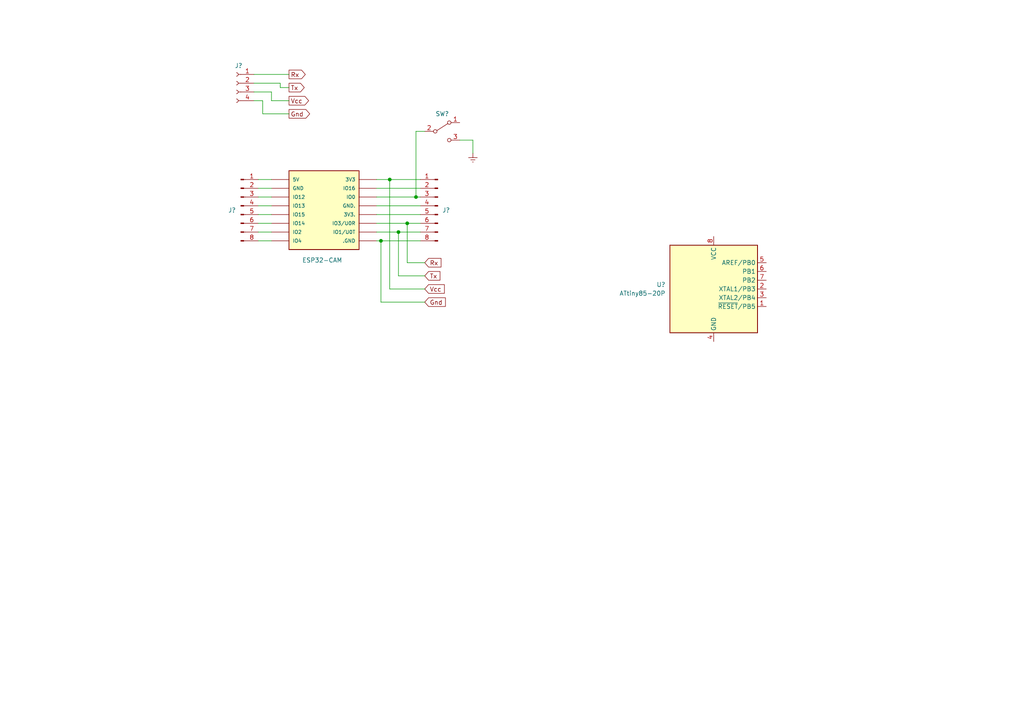
<source format=kicad_sch>
(kicad_sch (version 20211123) (generator eeschema)
  (paper "A4")
  (lib_symbols
    (symbol "Connector:Conn_01x04_Female" (pin_names (offset 1.016) hide)
      (property "Reference" "J" (at 0 5.08 0))
      (property "Value" "Conn_01x04_Female" (at 0 -7.62 0))
      (symbol "Conn_01x04_Female_1_1"
        (arc (start 0 -4.572) (mid -0.508 -5.08) (end 0 -5.588) (stroke (width 0.1524)))
        (arc (start 0 -2.032) (mid -0.508 -2.54) (end 0 -3.048) (stroke (width 0.1524)))
        (polyline (pts (xy -1.27 -5.08) (xy -0.508 -5.08)) (stroke (width 0.1524)))
        (polyline (pts (xy -1.27 -2.54) (xy -0.508 -2.54)) (stroke (width 0.1524)))
        (polyline (pts (xy -1.27 0) (xy -0.508 0)) (stroke (width 0.1524)))
        (polyline (pts (xy -1.27 2.54) (xy -0.508 2.54)) (stroke (width 0.1524)))
        (arc (start 0 0.508) (mid -0.508 0) (end 0 -0.508) (stroke (width 0.1524)))
        (arc (start 0 3.048) (mid -0.508 2.54) (end 0 2.032) (stroke (width 0.1524)))
        (pin passive line (at -5.08 2.54 0) (length 3.81) (name "Pin_1") (number "1"))
        (pin passive line (at -5.08 0 0) (length 3.81) (name "Pin_2") (number "2"))
        (pin passive line (at -5.08 -2.54 0) (length 3.81) (name "Pin_3") (number "3"))
        (pin passive line (at -5.08 -5.08 0) (length 3.81) (name "Pin_4") (number "4"))
      )
    )
    (symbol "Connector:Conn_01x08_Male" (pin_names (offset 1.016) hide)
      (property "Reference" "J" (at 0 10.16 0))
      (property "Value" "Conn_01x08_Male" (at 0 -12.7 0))
      (symbol "Conn_01x08_Male_1_1"
        (polyline (pts (xy 1.27 -10.16) (xy 0.8636 -10.16)) (stroke (width 0.1524)))
        (polyline (pts (xy 1.27 -7.62) (xy 0.8636 -7.62)) (stroke (width 0.1524)))
        (polyline (pts (xy 1.27 -5.08) (xy 0.8636 -5.08)) (stroke (width 0.1524)))
        (polyline (pts (xy 1.27 -2.54) (xy 0.8636 -2.54)) (stroke (width 0.1524)))
        (polyline (pts (xy 1.27 0) (xy 0.8636 0)) (stroke (width 0.1524)))
        (polyline (pts (xy 1.27 2.54) (xy 0.8636 2.54)) (stroke (width 0.1524)))
        (polyline (pts (xy 1.27 5.08) (xy 0.8636 5.08)) (stroke (width 0.1524)))
        (polyline (pts (xy 1.27 7.62) (xy 0.8636 7.62)) (stroke (width 0.1524)))
        (rectangle (start 0.8636 -10.033) (end 0 -10.287) (stroke (width 0.1524)) (fill (type outline)))
        (rectangle (start 0.8636 -7.493) (end 0 -7.747) (stroke (width 0.1524)) (fill (type outline)))
        (rectangle (start 0.8636 -4.953) (end 0 -5.207) (stroke (width 0.1524)) (fill (type outline)))
        (rectangle (start 0.8636 -2.413) (end 0 -2.667) (stroke (width 0.1524)) (fill (type outline)))
        (rectangle (start 0.8636 0.127) (end 0 -0.127) (stroke (width 0.1524)) (fill (type outline)))
        (rectangle (start 0.8636 2.667) (end 0 2.413) (stroke (width 0.1524)) (fill (type outline)))
        (rectangle (start 0.8636 5.207) (end 0 4.953) (stroke (width 0.1524)) (fill (type outline)))
        (rectangle (start 0.8636 7.747) (end 0 7.493) (stroke (width 0.1524)) (fill (type outline)))
        (pin passive line (at 5.08 7.62 180) (length 3.81) (name "Pin_1") (number "1"))
        (pin passive line (at 5.08 5.08 180) (length 3.81) (name "Pin_2") (number "2"))
        (pin passive line (at 5.08 2.54 180) (length 3.81) (name "Pin_3") (number "3"))
        (pin passive line (at 5.08 0 180) (length 3.81) (name "Pin_4") (number "4"))
        (pin passive line (at 5.08 -2.54 180) (length 3.81) (name "Pin_5") (number "5"))
        (pin passive line (at 5.08 -5.08 180) (length 3.81) (name "Pin_6") (number "6"))
        (pin passive line (at 5.08 -7.62 180) (length 3.81) (name "Pin_7") (number "7"))
        (pin passive line (at 5.08 -10.16 180) (length 3.81) (name "Pin_8") (number "8"))
      )
    )
    (symbol "ESP32-CAM:ESP32-CAM" (pin_numbers hide) (pin_names (offset 1.016))
      (property "Reference" "U" (at -10.16 20.32 0))
      (symbol "ESP32-CAM_0_0"
        (rectangle (start -10.16 -5.08) (end 10.16 17.78) (stroke (width 0.254)) (fill (type background)))
        (pin bidirectional line (at -15.24 15.24 0) (length 5.08) (name "5V") (number "P$1"))
        (pin bidirectional line (at 15.24 0 180) (length 5.08) (name "IO1/U0T") (number "P$10"))
        (pin bidirectional line (at 15.24 2.54 180) (length 5.08) (name "IO3/U0R") (number "P$11"))
        (pin bidirectional line (at 15.24 5.08 180) (length 5.08) (name "3V3.") (number "P$12"))
        (pin bidirectional line (at 15.24 7.62 180) (length 5.08) (name "GND.") (number "P$13"))
        (pin bidirectional line (at 15.24 10.16 180) (length 5.08) (name "IO0") (number "P$14"))
        (pin bidirectional line (at 15.24 12.7 180) (length 5.08) (name "IO16") (number "P$15"))
        (pin bidirectional line (at 15.24 15.24 180) (length 5.08) (name "3V3") (number "P$16"))
        (pin bidirectional line (at -15.24 12.7 0) (length 5.08) (name "GND") (number "P$2"))
        (pin bidirectional line (at -15.24 10.16 0) (length 5.08) (name "IO12") (number "P$3"))
        (pin bidirectional line (at -15.24 7.62 0) (length 5.08) (name "IO13") (number "P$4"))
        (pin bidirectional line (at -15.24 5.08 0) (length 5.08) (name "IO15") (number "P$5"))
        (pin bidirectional line (at -15.24 2.54 0) (length 5.08) (name "IO14") (number "P$6"))
        (pin bidirectional line (at -15.24 0 0) (length 5.08) (name "IO2") (number "P$7"))
        (pin bidirectional line (at -15.24 -2.54 0) (length 5.08) (name "IO4") (number "P$8"))
        (pin bidirectional line (at 15.24 -2.54 180) (length 5.08) (name ".GND") (number "P$9"))
      )
    )
    (symbol "MCU_Microchip_ATtiny:ATtiny85-20P"
      (property "Reference" "U" (at -12.7 13.97 0))
      (property "Value" "ATtiny85-20P" (at 2.54 -13.97 0))
      (symbol "ATtiny85-20P_0_1"
        (rectangle (start -12.7 -12.7) (end 12.7 12.7) (stroke (width 0.254)) (fill (type background)))
      )
      (symbol "ATtiny85-20P_1_1"
        (pin bidirectional line (at 15.24 -5.08 180) (length 2.54) (name "~{RESET}/PB5") (number "1"))
        (pin bidirectional line (at 15.24 0 180) (length 2.54) (name "XTAL1/PB3") (number "2"))
        (pin bidirectional line (at 15.24 -2.54 180) (length 2.54) (name "XTAL2/PB4") (number "3"))
        (pin power_in line (at 0 -15.24 90) (length 2.54) (name "GND") (number "4"))
        (pin bidirectional line (at 15.24 7.62 180) (length 2.54) (name "AREF/PB0") (number "5"))
        (pin bidirectional line (at 15.24 5.08 180) (length 2.54) (name "PB1") (number "6"))
        (pin bidirectional line (at 15.24 2.54 180) (length 2.54) (name "PB2") (number "7"))
        (pin power_in line (at 0 15.24 270) (length 2.54) (name "VCC") (number "8"))
      )
    )
    (symbol "Switch:SW_SPDT" (pin_names (offset 0) hide)
      (property "Reference" "SW" (at 0 4.318 0))
      (property "Value" "SW_SPDT" (at 0 -5.08 0))
      (symbol "SW_SPDT_0_0"
        (circle (center -2.032 0) (radius 0.508))
        (circle (center 2.032 -2.54) (radius 0.508))
      )
      (symbol "SW_SPDT_0_1"
        (polyline (pts (xy -1.524 0.254) (xy 1.651 2.286)))
        (circle (center 2.032 2.54) (radius 0.508))
      )
      (symbol "SW_SPDT_1_1"
        (pin passive line (at 5.08 2.54 180) (length 2.54) (name "A") (number "1"))
        (pin passive line (at -5.08 0 0) (length 2.54) (name "B") (number "2"))
        (pin passive line (at 5.08 -2.54 180) (length 2.54) (name "C") (number "3"))
      )
    )
    (symbol "power:Earth" (power) (pin_names (offset 0))
      (symbol "Earth_0_1"
        (polyline (pts (xy -0.635 -1.905) (xy 0.635 -1.905)))
        (polyline (pts (xy -0.127 -2.54) (xy 0.127 -2.54)))
        (polyline (pts (xy 0 -1.27) (xy 0 0)))
        (polyline (pts (xy 1.27 -1.27) (xy -1.27 -1.27)))
      )
      (symbol "Earth_1_1"
        (pin power_in line (at 0 0 270) (length 0) hide (name "Earth") (number "1"))
      )
    )
  )
  (junction (at 118.11 64.77))
  (junction (at 120.65 57.15))
  (junction (at 115.57 67.31))
  (junction (at 113.03 52.07))
  (junction (at 110.49 69.85))
  (wire (pts (xy 123.19 83.82) (xy 113.03 83.82)))
  (wire (pts (xy 74.93 64.77) (xy 78.74 64.77)))
  (wire (pts (xy 109.22 54.61) (xy 121.92 54.61)))
  (wire (pts (xy 74.93 69.85) (xy 78.74 69.85)))
  (wire (pts (xy 123.19 76.2) (xy 118.11 76.2)))
  (wire (pts (xy 113.03 52.07) (xy 121.92 52.07)))
  (wire (pts (xy 81.28 25.4) (xy 83.82 25.4)))
  (wire (pts (xy 73.66 26.67) (xy 78.74 26.67)))
  (wire (pts (xy 78.74 26.67) (xy 78.74 29.21)))
  (wire (pts (xy 78.74 29.21) (xy 83.82 29.21)))
  (wire (pts (xy 123.19 87.63) (xy 110.49 87.63)))
  (wire (pts (xy 118.11 64.77) (xy 118.11 76.2)))
  (wire (pts (xy 115.57 67.31) (xy 115.57 80.01)))
  (wire (pts (xy 74.93 54.61) (xy 78.74 54.61)))
  (wire (pts (xy 109.22 52.07) (xy 113.03 52.07)))
  (wire (pts (xy 110.49 69.85) (xy 109.22 69.85)))
  (wire (pts (xy 115.57 67.31) (xy 121.92 67.31)))
  (wire (pts (xy 74.93 62.23) (xy 78.74 62.23)))
  (wire (pts (xy 109.22 57.15) (xy 120.65 57.15)))
  (wire (pts (xy 73.66 29.21) (xy 76.2 29.21)))
  (wire (pts (xy 118.11 64.77) (xy 121.92 64.77)))
  (wire (pts (xy 110.49 69.85) (xy 121.92 69.85)))
  (wire (pts (xy 76.2 33.02) (xy 83.82 33.02)))
  (wire (pts (xy 110.49 87.63) (xy 110.49 69.85)))
  (wire (pts (xy 120.65 57.15) (xy 121.92 57.15)))
  (wire (pts (xy 123.19 38.1) (xy 120.65 38.1)))
  (wire (pts (xy 73.66 24.13) (xy 81.28 24.13)))
  (wire (pts (xy 109.22 59.69) (xy 121.92 59.69)))
  (wire (pts (xy 120.65 38.1) (xy 120.65 57.15)))
  (wire (pts (xy 74.93 67.31) (xy 78.74 67.31)))
  (wire (pts (xy 123.19 80.01) (xy 115.57 80.01)))
  (wire (pts (xy 137.16 40.64) (xy 137.16 44.45)))
  (wire (pts (xy 74.93 52.07) (xy 78.74 52.07)))
  (wire (pts (xy 73.66 21.59) (xy 83.82 21.59)))
  (wire (pts (xy 74.93 59.69) (xy 78.74 59.69)))
  (wire (pts (xy 109.22 67.31) (xy 115.57 67.31)))
  (wire (pts (xy 113.03 83.82) (xy 113.03 52.07)))
  (wire (pts (xy 109.22 64.77) (xy 118.11 64.77)))
  (wire (pts (xy 76.2 29.21) (xy 76.2 33.02)))
  (wire (pts (xy 74.93 57.15) (xy 78.74 57.15)))
  (wire (pts (xy 133.35 40.64) (xy 137.16 40.64)))
  (wire (pts (xy 109.22 62.23) (xy 121.92 62.23)))
  (wire (pts (xy 81.28 24.13) (xy 81.28 25.4)))
  (global_label "Rx" (shape input) (at 123.19 76.2 0) (property "Referencias entre hojas" "${INTERSHEET_REFS}" (effects hide)))
  (global_label "Tx" (shape output) (at 83.82 25.4 0) (property "Referencias entre hojas" "${INTERSHEET_REFS}" (effects hide)))
  (global_label "Rx" (shape output) (at 83.82 21.59 0) (property "Referencias entre hojas" "${INTERSHEET_REFS}" (effects hide)))
  (global_label "Gnd" (shape input) (at 123.19 87.63 0) (property "Referencias entre hojas" "${INTERSHEET_REFS}" (effects hide)))
  (global_label "Tx" (shape input) (at 123.19 80.01 0) (property "Referencias entre hojas" "${INTERSHEET_REFS}" (effects hide)))
  (global_label "Vcc" (shape input) (at 123.19 83.82 0) (property "Referencias entre hojas" "${INTERSHEET_REFS}" (effects hide)))
  (global_label "Gnd" (shape output) (at 83.82 33.02 0) (property "Referencias entre hojas" "${INTERSHEET_REFS}" (effects hide)))
  (global_label "Vcc" (shape output) (at 83.82 29.21 0) (property "Referencias entre hojas" "${INTERSHEET_REFS}" (effects hide)))
  (symbol (lib_id "ESP32-CAM:ESP32-CAM") (at 93.98 67.31 0) (unit 1)
    (property "Reference" "U?" (effects hide))
    (property "Value" "ESP32-CAM" (at 87.63 76.2 0) (effects (justify left bottom)))
    (property "Footprint" "ESP32-CAM" (effects hide))
  )
  (symbol (lib_id "power:Earth") (at 137.16 44.45 0) (unit 1)
    (property "Reference" "#PWR?" (effects hide))
    (property "Value" "Earth" (effects hide))
  )
  (symbol (lib_id "Connector:Conn_01x04_Female") (at 68.58 24.13 0) (mirror y) (unit 1)
    (property "Reference" "J?" (at 69.215 19.05 0))
    (property "Value" "Conn_01x04_Female" (effects hide))
  )
  (symbol (lib_id "MCU_Microchip_ATtiny:ATtiny85-20P") (at 207.01 83.82 0) (unit 1)
    (property "Reference" "U?" (at 193.04 82.5499 0) (effects (justify right)))
    (property "Value" "ATtiny85-20P" (at 193.04 85.0899 0) (effects (justify right)))
    (property "Footprint" "Package_DIP:DIP-8_W7.62mm" (effects hide))
    (property "Datasheet" "http://ww1.microchip.com/downloads/en/DeviceDoc/atmel-2586-avr-8-bit-microcontroller-attiny25-attiny45-attiny85_datasheet.pdf" (effects hide))
  )
  (symbol (lib_id "Connector:Conn_01x08_Male") (at 69.85 59.69 0) (unit 1)
    (property "Reference" "J?" (at 67.31 60.96 0))
    (property "Value" "Conn_01x08_Male" (effects hide))
  )
  (symbol (lib_id "Switch:SW_SPDT") (at 128.27 38.1 0) (unit 1)
    (property "Reference" "SW?" (at 128.27 33.02 0))
    (property "Value" "SW_SPDT" (effects hide))
  )
  (symbol (lib_id "Connector:Conn_01x08_Male") (at 127 59.69 0) (mirror y) (unit 1)
    (property "Reference" "J?" (at 128.27 60.9599 0) (effects (justify right)))
    (property "Value" "Conn_01x08_Male" (effects hide))
  )
)
</source>
